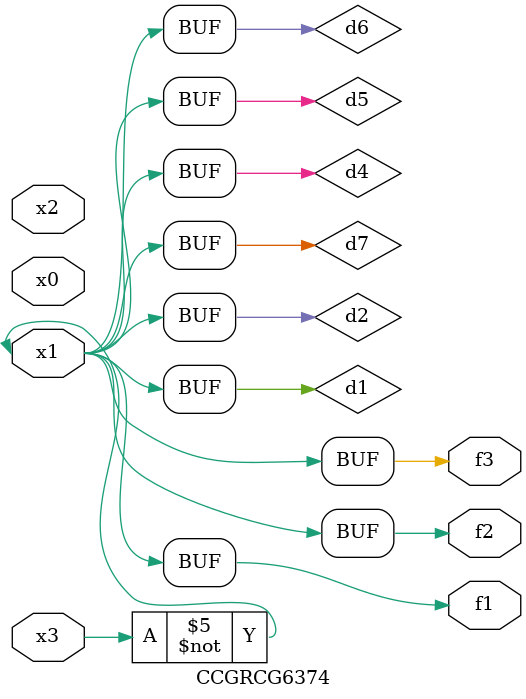
<source format=v>
module CCGRCG6374(
	input x0, x1, x2, x3,
	output f1, f2, f3
);

	wire d1, d2, d3, d4, d5, d6, d7;

	not (d1, x3);
	buf (d2, x1);
	xnor (d3, d1, d2);
	nor (d4, d1);
	buf (d5, d1, d2);
	buf (d6, d4, d5);
	nand (d7, d4);
	assign f1 = d6;
	assign f2 = d7;
	assign f3 = d6;
endmodule

</source>
